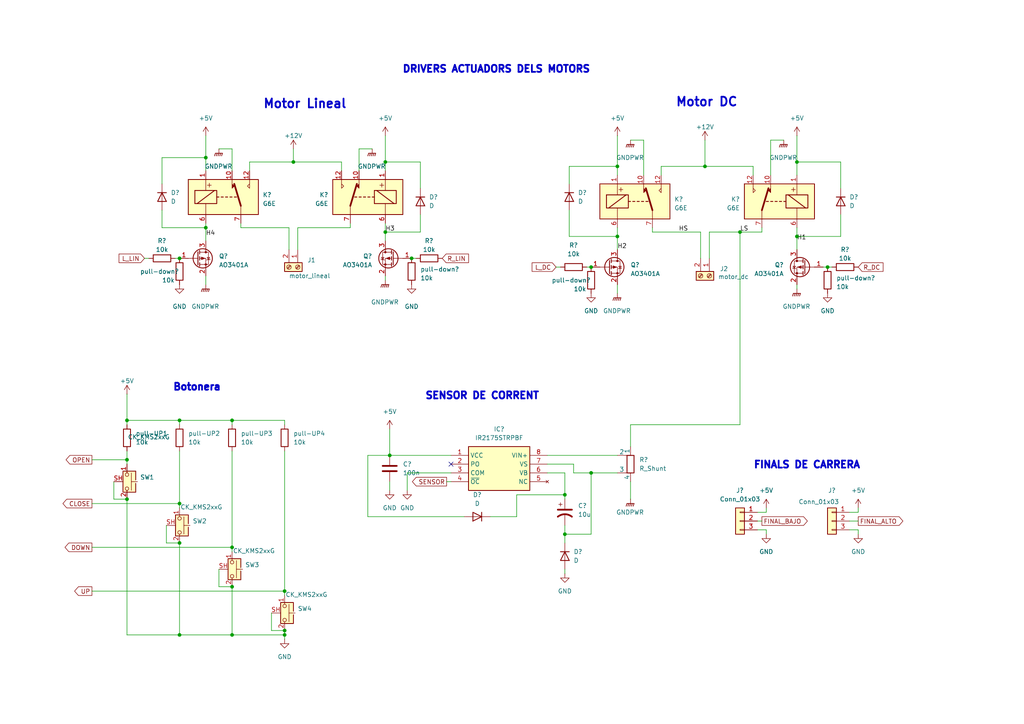
<source format=kicad_sch>
(kicad_sch (version 20250114) (generator "eeschema") (generator_version "9.0")
  (paper "A4")
  (lib_symbols
    (symbol "Connector:Screw_Terminal_01x02" (pin_names (offset 1.016) (hide yes))
      (property "Reference" "J" (at 0 2.54 0))
      (property "Value" "Screw_Terminal_01x02" (at 0 -5.08 0))
      (symbol "Screw_Terminal_01x02_1_1"
        (rectangle (start -1.27 1.27) (end 1.27 -3.81) (stroke (width 0.254)) (fill (type background)))
        (polyline (pts (xy -0.5334 0.3302) (xy 0.3302 -0.508)) (stroke (width 0.1524)))
        (polyline (pts (xy -0.5334 -2.2098) (xy 0.3302 -3.048)) (stroke (width 0.1524)))
        (polyline (pts (xy -0.3556 0.508) (xy 0.508 -0.3302)) (stroke (width 0.1524)))
        (polyline (pts (xy -0.3556 -2.032) (xy 0.508 -2.8702)) (stroke (width 0.1524)))
        (circle (center 0 0) (radius 0.635) (stroke (width 0.1524)))
        (circle (center 0 -2.54) (radius 0.635) (stroke (width 0.1524)))
        (pin passive line (at -5.08 0 0) (length 3.81) (name "Pin_1") (number "1"))
        (pin passive line (at -5.08 -2.54 0) (length 3.81) (name "Pin_2") (number "2"))
      )
    )
    (symbol "Connector_Generic:Conn_01x03" (pin_names (offset 1.016) (hide yes))
      (property "Reference" "J" (at 0 5.08 0))
      (property "Value" "Conn_01x03" (at 0 -5.08 0))
      (symbol "Conn_01x03_1_1"
        (rectangle (start -1.27 3.81) (end 1.27 -3.81) (stroke (width 0.254)) (fill (type background)))
        (rectangle (start -1.27 2.667) (end 0 2.413) (stroke (width 0.1524)))
        (rectangle (start -1.27 0.127) (end 0 -0.127) (stroke (width 0.1524)))
        (rectangle (start -1.27 -2.413) (end 0 -2.667) (stroke (width 0.1524)))
        (pin passive line (at -5.08 2.54 0) (length 3.81) (name "Pin_1") (number "1"))
        (pin passive line (at -5.08 0 0) (length 3.81) (name "Pin_2") (number "2"))
        (pin passive line (at -5.08 -2.54 0) (length 3.81) (name "Pin_3") (number "3"))
      )
    )
    (symbol "Device:C" (pin_numbers (hide yes)) (pin_names (offset 0.254))
      (property "Reference" "C" (at 0.635 2.54 0))
      (property "Value" "C" (at 0.635 -2.54 0))
      (symbol "C_0_1"
        (polyline (pts (xy -2.032 0.762) (xy 2.032 0.762)) (stroke (width 0.508)))
        (polyline (pts (xy -2.032 -0.762) (xy 2.032 -0.762)) (stroke (width 0.508)))
      )
      (symbol "C_1_1"
        (pin passive line (at 0 3.81 270) (length 2.794) (name "~") (number "1"))
        (pin passive line (at 0 -3.81 90) (length 2.794) (name "~") (number "2"))
      )
    )
    (symbol "Device:C_Polarized_US" (pin_numbers (hide yes)) (pin_names (offset 0.254) (hide yes))
      (property "Reference" "C" (at 0.635 2.54 0))
      (property "Value" "C_Polarized_US" (at 0.635 -2.54 0))
      (symbol "C_Polarized_US_0_1"
        (polyline (pts (xy -2.032 0.762) (xy 2.032 0.762)) (stroke (width 0.508)))
        (polyline (pts (xy -1.778 2.286) (xy -0.762 2.286)))
        (polyline (pts (xy -1.27 1.778) (xy -1.27 2.794)))
        (arc (start -2.032 -1.27) (mid 0 -0.5572) (end 2.032 -1.27) (stroke (width 0.508)))
      )
      (symbol "C_Polarized_US_1_1"
        (pin passive line (at 0 3.81 270) (length 2.794) (name "~") (number "1"))
        (pin passive line (at 0 -3.81 90) (length 3.302) (name "~") (number "2"))
      )
    )
    (symbol "Device:D" (pin_numbers (hide yes)) (pin_names (offset 1.016) (hide yes))
      (property "Reference" "D" (at 0 2.54 0))
      (property "Value" "D" (at 0 -2.54 0))
      (symbol "D_0_1"
        (polyline (pts (xy -1.27 1.27) (xy -1.27 -1.27)) (stroke (width 0.254)))
        (polyline (pts (xy 1.27 1.27) (xy 1.27 -1.27) (xy -1.27 0) (xy 1.27 1.27)) (stroke (width 0.254)))
        (polyline (pts (xy 1.27 0) (xy -1.27 0)))
      )
      (symbol "D_1_1"
        (pin passive line (at -3.81 0 0) (length 2.54) (name "K") (number "1"))
        (pin passive line (at 3.81 0 180) (length 2.54) (name "A") (number "2"))
      )
    )
    (symbol "Device:R" (pin_numbers (hide yes)) (pin_names (offset 0))
      (property "Reference" "R" (at 2.032 0 90))
      (property "Value" "R" (at 0 0 90))
      (symbol "R_0_1"
        (rectangle (start -1.016 -2.54) (end 1.016 2.54) (stroke (width 0.254)))
      )
      (symbol "R_1_1"
        (pin passive line (at 0 3.81 270) (length 1.27) (name "~") (number "1"))
        (pin passive line (at 0 -3.81 90) (length 1.27) (name "~") (number "2"))
      )
    )
    (symbol "Device:R_Shunt" (pin_numbers (hide yes)) (pin_names (offset 0))
      (property "Reference" "R" (at -4.445 0 90))
      (property "Value" "R_Shunt" (at -2.54 0 90))
      (symbol "R_Shunt_0_1"
        (rectangle (start -1.016 -2.54) (end 1.016 2.54) (stroke (width 0.254)))
        (polyline (pts (xy 0 -2.54) (xy 1.27 -2.54)))
        (polyline (pts (xy 1.27 2.54) (xy 0 2.54)))
      )
      (symbol "R_Shunt_1_1"
        (pin passive line (at 0 5.08 270) (length 2.54) (name "1") (number "1"))
        (pin passive line (at 0 -5.08 90) (length 2.54) (name "4") (number "4"))
        (pin passive line (at 3.81 2.54 180) (length 2.54) (name "2") (number "2"))
        (pin passive line (at 3.81 -2.54 180) (length 2.54) (name "3") (number "3"))
      )
    )
    (symbol "GNDPWR_1" (power) (pin_numbers (hide yes)) (pin_names (offset 0) (hide yes))
      (property "Value" "GNDPWR" (at 0 -3.302 0))
      (symbol "GNDPWR_1_0_1"
        (polyline (pts (xy -1.016 -1.27) (xy -1.27 -2.032) (xy -1.27 -2.032)) (stroke (width 0.2032)))
        (polyline (pts (xy -0.508 -1.27) (xy -0.762 -2.032) (xy -0.762 -2.032)) (stroke (width 0.2032)))
        (polyline (pts (xy 0 -1.27) (xy 0 0)))
        (polyline (pts (xy 0 -1.27) (xy -0.254 -2.032) (xy -0.254 -2.032)) (stroke (width 0.2032)))
        (polyline (pts (xy 0.508 -1.27) (xy 0.254 -2.032) (xy 0.254 -2.032)) (stroke (width 0.2032)))
        (polyline (pts (xy 1.016 -1.27) (xy -1.016 -1.27) (xy -1.016 -1.27)) (stroke (width 0.2032)))
        (polyline (pts (xy 1.016 -1.27) (xy 0.762 -2.032) (xy 0.762 -2.032) (xy 0.762 -2.032)) (stroke (width 0.2032)))
      )
      (symbol "GNDPWR_1_1_1"
        (pin power_in line (at 0 0 270) (length 0) (name "~") (number "1"))
      )
    )
    (symbol "GND_1" (power) (pin_numbers (hide yes)) (pin_names (offset 0) (hide yes))
      (property "Value" "GND" (at 0 -3.81 0))
      (symbol "GND_1_0_1"
        (polyline (pts (xy 0 0) (xy 0 -1.27) (xy 1.27 -1.27) (xy 0 -2.54) (xy -1.27 -1.27) (xy 0 -1.27)))
      )
      (symbol "GND_1_1_1"
        (pin power_in line (at 0 0 270) (length 0) (name "~") (number "1"))
      )
    )
    (symbol "GND_2" (power) (pin_numbers (hide yes)) (pin_names (offset 0) (hide yes))
      (property "Value" "GND" (at 0 -3.81 0))
      (symbol "GND_2_0_1"
        (polyline (pts (xy 0 0) (xy 0 -1.27) (xy 1.27 -1.27) (xy 0 -2.54) (xy -1.27 -1.27) (xy 0 -1.27)))
      )
      (symbol "GND_2_1_1"
        (pin power_in line (at 0 0 270) (length 0) (name "~") (number "1"))
      )
    )
    (symbol "GND_3" (power) (pin_numbers (hide yes)) (pin_names (offset 0) (hide yes))
      (property "Value" "GND" (at 0 -3.81 0))
      (symbol "GND_3_0_1"
        (polyline (pts (xy 0 0) (xy 0 -1.27) (xy 1.27 -1.27) (xy 0 -2.54) (xy -1.27 -1.27) (xy 0 -1.27)))
      )
      (symbol "GND_3_1_1"
        (pin power_in line (at 0 0 270) (length 0) (name "~") (number "1"))
      )
    )
    (symbol "IR2175STRPBF:IR2175STRPBF"
      (property "Reference" "IC" (at 24.13 7.62 0))
      (property "Value" "IR2175STRPBF" (at 24.13 5.08 0))
      (symbol "IR2175STRPBF_1_1"
        (rectangle (start 5.08 2.54) (end 22.86 -10.16) (stroke (width 0.254)) (fill (type background)))
        (pin passive line (at 0 0 0) (length 5.08) (name "VCC") (number "1"))
        (pin passive line (at 0 -2.54 0) (length 5.08) (name "PO") (number "2"))
        (pin passive line (at 0 -5.08 0) (length 5.08) (name "COM") (number "3"))
        (pin passive line (at 0 -7.62 0) (length 5.08) (name "~{OC}") (number "4"))
        (pin passive line (at 27.94 0 180) (length 5.08) (name "VIN+") (number "8"))
        (pin passive line (at 27.94 -2.54 180) (length 5.08) (name "VS") (number "7"))
        (pin passive line (at 27.94 -5.08 180) (length 5.08) (name "VB") (number "6"))
        (pin no_connect line (at 27.94 -7.62 180) (length 5.08) (name "NC") (number "5"))
      )
    )
    (symbol "Relay:G6E"
      (property "Reference" "K" (at 11.43 3.81 0))
      (property "Value" "G6E" (at 11.43 1.27 0))
      (symbol "G6E_0_0"
        (polyline (pts (xy 7.62 5.08) (xy 7.62 2.54) (xy 6.985 3.175) (xy 7.62 3.81)))
        (text "+" (at -4.064 3.556 0) (effects (font (size 1.524 1.524))))
      )
      (symbol "G6E_0_1"
        (rectangle (start -10.16 5.08) (end 10.16 -5.08) (stroke (width 0.254)) (fill (type background)))
        (rectangle (start -8.255 1.905) (end -1.905 -1.905) (stroke (width 0.254)))
        (polyline (pts (xy -7.62 -1.905) (xy -2.54 1.905)) (stroke (width 0.254)))
        (polyline (pts (xy -5.08 5.08) (xy -5.08 1.905)))
        (polyline (pts (xy -5.08 -5.08) (xy -5.08 -1.905)))
        (polyline (pts (xy -1.905 0) (xy -1.27 0)) (stroke (width 0.254)))
        (polyline (pts (xy -0.635 0) (xy 0 0)) (stroke (width 0.254)))
        (polyline (pts (xy 0.635 0) (xy 1.27 0)) (stroke (width 0.254)))
        (polyline (pts (xy 1.905 0) (xy 2.54 0)) (stroke (width 0.254)))
        (polyline (pts (xy 2.54 5.08) (xy 2.54 2.54) (xy 3.175 3.175) (xy 2.54 3.81)) (fill (type outline)))
        (polyline (pts (xy 3.175 0) (xy 3.81 0)) (stroke (width 0.254)))
        (polyline (pts (xy 5.08 -2.54) (xy 3.175 3.81)) (stroke (width 0.508)))
        (polyline (pts (xy 5.08 -2.54) (xy 5.08 -5.08)))
      )
      (symbol "G6E_1_1"
        (pin passive line (at -5.08 7.62 270) (length 2.54) (name "~") (number "1"))
        (pin passive line (at -5.08 -7.62 90) (length 2.54) (name "~") (number "6"))
        (pin passive line (at 2.54 7.62 270) (length 2.54) (name "~") (number "10"))
        (pin passive line (at 5.08 -7.62 90) (length 2.54) (name "~") (number "7"))
        (pin passive line (at 7.62 7.62 270) (length 2.54) (name "~") (number "12"))
      )
    )
    (symbol "Switch:CK_KMS2xxG" (pin_names (offset 1.016) (hide yes))
      (property "Reference" "SW" (at 4.318 2.032 0))
      (property "Value" "CK_KMS2xxG" (at 0 4.572 0))
      (symbol "CK_KMS2xxG_0_1"
        (circle (center -2.032 0) (radius 0.508))
        (polyline (pts (xy 0 1.27) (xy 0 3.048)))
        (polyline (pts (xy 0.508 2.54) (xy 3.048 2.54) (xy 3.048 -1.143) (xy -3.048 -1.143) (xy -3.048 2.54) (xy -0.508 2.54)) (stroke (width -0.0254)))
        (polyline (pts (xy 0.508 2.54) (xy 3.048 2.54) (xy 3.048 -1.143) (xy -3.048 -1.143) (xy -3.048 2.54) (xy -0.508 2.54)) (stroke (width 0.254)))
        (circle (center 2.032 0) (radius 0.508))
        (polyline (pts (xy 2.54 1.27) (xy -2.54 1.27)))
        (pin passive line (at -5.08 0 0) (length 2.54) (name "1") (number "1"))
        (pin passive line (at 5.08 0 180) (length 2.54) (name "2") (number "2"))
      )
      (symbol "CK_KMS2xxG_1_1"
        (rectangle (start -3.048 2.54) (end 3.048 -1.27) (stroke (width -0.0254)) (fill (type background)))
        (pin passive line (at 0 -3.81 90) (length 2.54) (name "B") (number "SH"))
      )
    )
    (symbol "Transistor_FET:AO3401A" (pin_names (hide yes))
      (property "Reference" "Q" (at 5.08 1.905 0))
      (property "Value" "AO3401A" (at 5.08 0 0))
      (symbol "AO3401A_0_1"
        (polyline (pts (xy 0.254 1.905) (xy 0.254 -1.905)) (stroke (width 0.254)))
        (polyline (pts (xy 0.254 0) (xy -2.54 0)))
        (polyline (pts (xy 0.762 2.286) (xy 0.762 1.27)) (stroke (width 0.254)))
        (polyline (pts (xy 0.762 1.778) (xy 3.302 1.778) (xy 3.302 -1.778) (xy 0.762 -1.778)))
        (polyline (pts (xy 0.762 0.508) (xy 0.762 -0.508)) (stroke (width 0.254)))
        (polyline (pts (xy 0.762 -1.27) (xy 0.762 -2.286)) (stroke (width 0.254)))
        (circle (center 1.651 0) (radius 2.794) (stroke (width 0.254)))
        (polyline (pts (xy 2.286 0) (xy 1.27 0.381) (xy 1.27 -0.381) (xy 2.286 0)) (fill (type outline)))
        (polyline (pts (xy 2.54 2.54) (xy 2.54 1.778)))
        (circle (center 2.54 1.778) (radius 0.254) (fill (type outline)))
        (circle (center 2.54 -1.778) (radius 0.254) (fill (type outline)))
        (polyline (pts (xy 2.54 -2.54) (xy 2.54 0) (xy 0.762 0)))
        (polyline (pts (xy 2.794 -0.508) (xy 2.921 -0.381) (xy 3.683 -0.381) (xy 3.81 -0.254)))
        (polyline (pts (xy 3.302 -0.381) (xy 2.921 0.254) (xy 3.683 0.254) (xy 3.302 -0.381)))
      )
      (symbol "AO3401A_1_1"
        (pin input line (at -5.08 0 0) (length 2.54) (name "G") (number "1"))
        (pin passive line (at 2.54 5.08 270) (length 2.54) (name "D") (number "3"))
        (pin passive line (at 2.54 -5.08 90) (length 2.54) (name "S") (number "2"))
      )
    )
    (symbol "power:+12V" (power) (pin_names (offset 0))
      (property "Value" "+12V" (at 0 3.556 0))
      (symbol "+12V_0_1"
        (polyline (pts (xy -0.762 1.27) (xy 0 2.54)))
        (polyline (pts (xy 0 2.54) (xy 0.762 1.27)))
        (polyline (pts (xy 0 0) (xy 0 2.54)))
      )
      (symbol "+12V_1_1"
        (pin power_in line (at 0 0 90) (length 0) (hide yes) (name "+12V") (number "1"))
      )
    )
    (symbol "power:+5V" (power) (pin_numbers (hide yes)) (pin_names (offset 0) (hide yes))
      (property "Value" "+5V" (at 0 3.556 0))
      (symbol "+5V_0_1"
        (polyline (pts (xy -0.762 1.27) (xy 0 2.54)))
        (polyline (pts (xy 0 2.54) (xy 0.762 1.27)))
        (polyline (pts (xy 0 0) (xy 0 2.54)))
      )
      (symbol "+5V_1_1"
        (pin power_in line (at 0 0 90) (length 0) (name "~") (number "1"))
      )
    )
    (symbol "power:GND" (power) (pin_names (offset 0))
      (property "Value" "GND" (at 0 -3.81 0))
      (symbol "GND_0_1"
        (polyline (pts (xy 0 0) (xy 0 -1.27) (xy 1.27 -1.27) (xy 0 -2.54) (xy -1.27 -1.27) (xy 0 -1.27)))
      )
      (symbol "GND_1_1"
        (pin power_in line (at 0 0 270) (length 0) (hide yes) (name "GND") (number "1"))
      )
    )
    (symbol "power:GNDPWR" (power) (pin_names (offset 0))
      (property "Value" "GNDPWR" (at 0 -3.302 0))
      (symbol "GNDPWR_0_1"
        (polyline (pts (xy -1.016 -1.27) (xy -1.27 -2.032) (xy -1.27 -2.032)) (stroke (width 0.2032)))
        (polyline (pts (xy -0.508 -1.27) (xy -0.762 -2.032) (xy -0.762 -2.032)) (stroke (width 0.2032)))
        (polyline (pts (xy 0 -1.27) (xy 0 0)))
        (polyline (pts (xy 0 -1.27) (xy -0.254 -2.032) (xy -0.254 -2.032)) (stroke (width 0.2032)))
        (polyline (pts (xy 0.508 -1.27) (xy 0.254 -2.032) (xy 0.254 -2.032)) (stroke (width 0.2032)))
        (polyline (pts (xy 1.016 -1.27) (xy -1.016 -1.27) (xy -1.016 -1.27)) (stroke (width 0.2032)))
        (polyline (pts (xy 1.016 -1.27) (xy 0.762 -2.032) (xy 0.762 -2.032) (xy 0.762 -2.032)) (stroke (width 0.2032)))
      )
      (symbol "GNDPWR_1_1"
        (pin power_in line (at 0 0 270) (length 0) (hide yes) (name "GNDPWR") (number "1"))
      )
    )
  )
  (text "FINALS DE CARRERA\n" (at 218.44 136.144 0) (effects (font (size 2.032 2.032) (thickness 0.6) (bold yes)) (justify left bottom)))
  (text "Botonera\n\n" (at 50.038 116.84 0) (effects (font (size 2.032 2.032) (thickness 0.6) (bold yes)) (justify left bottom)))
  (text "Motor DC\n\n" (at 204.978 31.75 0) (effects (font (size 2.54 2.54) (thickness 0.508) (bold yes))))
  (text "Motor Lineal\n " (at 76.2 35.814 0) (effects (font (size 2.54 2.54) (thickness 0.508) (bold yes)) (justify left bottom)))
  (text "DRIVERS ACTUADORS DELS MOTORS\n\n" (at 116.586 24.638 0) (effects (font (size 2.032 2.032) (thickness 0.6) (bold yes)) (justify left bottom)))
  (text "SENSOR DE CORRENT\n" (at 123.19 116.078 0) (effects (font (size 2.032 2.032) (thickness 0.6) (bold yes)) (justify left bottom)))
  (junction (at 36.83 133.35))
  (junction (at 67.31 184.15))
  (junction (at 214.63 67.31))
  (junction (at 67.31 158.75))
  (junction (at 119.38 74.93))
  (junction (at 82.55 182.88))
  (junction (at 59.69 45.72))
  (junction (at 67.31 121.92))
  (junction (at 204.47 48.26))
  (junction (at 85.09 46.99))
  (junction (at 52.07 184.15))
  (junction (at 231.14 46.99))
  (junction (at 67.31 170.18))
  (junction (at 36.83 144.78))
  (junction (at 59.69 66.04))
  (junction (at 231.14 68.58))
  (junction (at 179.07 48.26))
  (junction (at 171.45 137.16))
  (junction (at 52.07 121.92))
  (junction (at 36.83 121.92))
  (junction (at 111.76 46.99))
  (junction (at 179.07 68.58))
  (junction (at 240.03 77.47))
  (junction (at 82.55 171.45))
  (junction (at 52.07 74.93))
  (junction (at 163.83 154.94))
  (junction (at 52.07 146.05))
  (junction (at 111.76 67.31))
  (junction (at 171.45 77.47))
  (junction (at 52.07 157.48))
  (junction (at 163.83 143.51))
  (junction (at 113.03 132.08))
  (junction (at 82.55 184.15))
  (no_connect (at 130.81 134.62))
  (wire (pts (xy 219.71 148.59) (xy 222.25 148.59)))
  (wire (pts (xy 67.31 170.18) (xy 67.31 184.15)))
  (wire (pts (xy 129.54 139.7) (xy 130.81 139.7)))
  (wire (pts (xy 113.03 132.08) (xy 130.81 132.08)))
  (wire (pts (xy 26.67 133.35) (xy 36.83 133.35)))
  (wire (pts (xy 46.99 45.72) (xy 59.69 45.72)))
  (wire (pts (xy 111.76 81.28) (xy 111.76 80.01)))
  (wire (pts (xy 231.14 66.04) (xy 231.14 68.58)))
  (wire (pts (xy 165.1 53.34) (xy 165.1 48.26)))
  (wire (pts (xy 111.76 67.31) (xy 111.76 69.85)))
  (wire (pts (xy 101.6 66.04) (xy 101.6 64.77)))
  (wire (pts (xy 72.39 46.99) (xy 72.39 49.53)))
  (wire (pts (xy 171.45 137.16) (xy 171.45 154.94)))
  (wire (pts (xy 186.69 40.64) (xy 186.69 50.8)))
  (wire (pts (xy 99.06 49.53) (xy 99.06 46.99)))
  (wire (pts (xy 67.31 184.15) (xy 82.55 184.15)))
  (wire (pts (xy 59.69 82.55) (xy 59.69 80.01)))
  (wire (pts (xy 113.03 124.46) (xy 113.03 132.08)))
  (wire (pts (xy 33.02 144.78) (xy 36.83 144.78)))
  (wire (pts (xy 158.75 132.08) (xy 179.07 132.08)))
  (wire (pts (xy 220.98 67.31) (xy 220.98 66.04)))
  (wire (pts (xy 161.29 77.47) (xy 162.56 77.47)))
  (wire (pts (xy 36.83 144.78) (xy 36.83 184.15)))
  (wire (pts (xy 85.09 43.18) (xy 85.09 46.99)))
  (wire (pts (xy 36.83 114.3) (xy 36.83 121.92)))
  (wire (pts (xy 26.67 158.75) (xy 67.31 158.75)))
  (wire (pts (xy 203.2 67.31) (xy 203.2 74.93)))
  (wire (pts (xy 227.33 40.64) (xy 223.52 40.64)))
  (wire (pts (xy 52.07 184.15) (xy 67.31 184.15)))
  (wire (pts (xy 26.67 146.05) (xy 52.07 146.05)))
  (wire (pts (xy 205.74 67.31) (xy 205.74 74.93)))
  (wire (pts (xy 170.18 77.47) (xy 171.45 77.47)))
  (wire (pts (xy 248.92 151.13) (xy 246.38 151.13)))
  (wire (pts (xy 52.07 121.92) (xy 67.31 121.92)))
  (wire (pts (xy 179.07 66.04) (xy 179.07 68.58)))
  (wire (pts (xy 82.55 182.88) (xy 82.55 184.15)))
  (wire (pts (xy 231.14 68.58) (xy 231.14 72.39)))
  (wire (pts (xy 78.74 182.88) (xy 82.55 182.88)))
  (wire (pts (xy 52.07 130.81) (xy 52.07 146.05)))
  (wire (pts (xy 52.07 157.48) (xy 52.07 184.15)))
  (wire (pts (xy 63.5 165.1) (xy 63.5 170.18)))
  (wire (pts (xy 85.09 46.99) (xy 72.39 46.99)))
  (wire (pts (xy 191.77 48.26) (xy 191.77 50.8)))
  (wire (pts (xy 165.1 68.58) (xy 179.07 68.58)))
  (wire (pts (xy 106.68 149.86) (xy 106.68 132.08)))
  (wire (pts (xy 182.88 123.19) (xy 182.88 129.54)))
  (wire (pts (xy 36.83 134.62) (xy 36.83 133.35)))
  (wire (pts (xy 82.55 130.81) (xy 82.55 171.45)))
  (wire (pts (xy 67.31 121.92) (xy 67.31 123.19)))
  (wire (pts (xy 218.44 50.8) (xy 218.44 48.26)))
  (wire (pts (xy 67.31 158.75) (xy 67.31 160.02)))
  (wire (pts (xy 220.98 151.13) (xy 219.71 151.13)))
  (wire (pts (xy 69.85 66.04) (xy 83.82 66.04)))
  (wire (pts (xy 166.37 137.16) (xy 171.45 137.16)))
  (wire (pts (xy 46.99 66.04) (xy 59.69 66.04)))
  (wire (pts (xy 104.14 43.18) (xy 104.14 49.53)))
  (wire (pts (xy 158.75 134.62) (xy 166.37 134.62)))
  (wire (pts (xy 107.95 43.18) (xy 104.14 43.18)))
  (wire (pts (xy 111.76 46.99) (xy 121.92 46.99)))
  (wire (pts (xy 231.14 46.99) (xy 231.14 50.8)))
  (wire (pts (xy 111.76 46.99) (xy 111.76 49.53)))
  (wire (pts (xy 149.86 149.86) (xy 149.86 143.51)))
  (wire (pts (xy 243.84 46.99) (xy 243.84 54.61)))
  (wire (pts (xy 171.45 154.94) (xy 163.83 154.94)))
  (wire (pts (xy 246.38 153.67) (xy 248.92 153.67)))
  (wire (pts (xy 241.3 77.47) (xy 240.03 77.47)))
  (wire (pts (xy 121.92 46.99) (xy 121.92 54.61)))
  (wire (pts (xy 130.81 137.16) (xy 118.11 137.16)))
  (wire (pts (xy 113.03 139.7) (xy 113.03 142.24)))
  (wire (pts (xy 67.31 121.92) (xy 82.55 121.92)))
  (wire (pts (xy 163.83 152.4) (xy 163.83 154.94)))
  (wire (pts (xy 231.14 46.99) (xy 243.84 46.99)))
  (wire (pts (xy 182.88 123.19) (xy 214.63 123.19)))
  (wire (pts (xy 246.38 148.59) (xy 248.92 148.59)))
  (wire (pts (xy 243.84 68.58) (xy 243.84 62.23)))
  (wire (pts (xy 163.83 143.51) (xy 163.83 144.78)))
  (wire (pts (xy 142.24 149.86) (xy 149.86 149.86)))
  (wire (pts (xy 48.26 157.48) (xy 52.07 157.48)))
  (wire (pts (xy 46.99 53.34) (xy 46.99 45.72)))
  (wire (pts (xy 182.88 40.64) (xy 186.69 40.64)))
  (wire (pts (xy 41.91 74.93) (xy 43.18 74.93)))
  (wire (pts (xy 46.99 60.96) (xy 46.99 66.04)))
  (wire (pts (xy 36.83 133.35) (xy 36.83 130.81)))
  (wire (pts (xy 205.74 67.31) (xy 214.63 67.31)))
  (wire (pts (xy 48.26 152.4) (xy 48.26 157.48)))
  (wire (pts (xy 163.83 165.1) (xy 163.83 166.37)))
  (wire (pts (xy 82.55 121.92) (xy 82.55 123.19)))
  (wire (pts (xy 179.07 39.37) (xy 179.07 48.26)))
  (wire (pts (xy 33.02 139.7) (xy 33.02 144.78)))
  (wire (pts (xy 204.47 48.26) (xy 191.77 48.26)))
  (wire (pts (xy 86.36 66.04) (xy 86.36 72.39)))
  (wire (pts (xy 214.63 67.31) (xy 220.98 67.31)))
  (wire (pts (xy 50.8 74.93) (xy 52.07 74.93)))
  (wire (pts (xy 158.75 137.16) (xy 163.83 137.16)))
  (wire (pts (xy 83.82 66.04) (xy 83.82 72.39)))
  (wire (pts (xy 106.68 132.08) (xy 113.03 132.08)))
  (wire (pts (xy 52.07 146.05) (xy 52.07 147.32)))
  (wire (pts (xy 36.83 121.92) (xy 36.83 123.19)))
  (wire (pts (xy 36.83 121.92) (xy 52.07 121.92)))
  (wire (pts (xy 222.25 153.67) (xy 222.25 154.94)))
  (wire (pts (xy 59.69 64.77) (xy 59.69 66.04)))
  (wire (pts (xy 69.85 66.04) (xy 69.85 64.77)))
  (wire (pts (xy 240.03 77.47) (xy 238.76 77.47)))
  (wire (pts (xy 36.83 184.15) (xy 52.07 184.15)))
  (wire (pts (xy 149.86 143.51) (xy 163.83 143.51)))
  (wire (pts (xy 231.14 83.82) (xy 231.14 82.55)))
  (wire (pts (xy 182.88 139.7) (xy 182.88 144.78)))
  (wire (pts (xy 222.25 148.59) (xy 222.25 147.32)))
  (wire (pts (xy 120.65 74.93) (xy 119.38 74.93)))
  (wire (pts (xy 134.62 149.86) (xy 106.68 149.86)))
  (wire (pts (xy 67.31 43.18) (xy 67.31 49.53)))
  (wire (pts (xy 121.92 62.23) (xy 121.92 67.31)))
  (wire (pts (xy 59.69 39.37) (xy 59.69 45.72)))
  (wire (pts (xy 189.23 67.31) (xy 189.23 66.04)))
  (wire (pts (xy 26.67 171.45) (xy 82.55 171.45)))
  (wire (pts (xy 179.07 68.58) (xy 179.07 72.39)))
  (wire (pts (xy 163.83 137.16) (xy 163.83 143.51)))
  (wire (pts (xy 99.06 46.99) (xy 85.09 46.99)))
  (wire (pts (xy 166.37 134.62) (xy 166.37 137.16)))
  (wire (pts (xy 231.14 39.37) (xy 231.14 46.99)))
  (wire (pts (xy 248.92 153.67) (xy 248.92 154.94)))
  (wire (pts (xy 179.07 48.26) (xy 179.07 50.8)))
  (wire (pts (xy 248.92 148.59) (xy 248.92 147.32)))
  (wire (pts (xy 121.92 67.31) (xy 111.76 67.31)))
  (wire (pts (xy 52.07 121.92) (xy 52.07 123.19)))
  (wire (pts (xy 111.76 64.77) (xy 111.76 67.31)))
  (wire (pts (xy 111.76 39.37) (xy 111.76 46.99)))
  (wire (pts (xy 179.07 85.09) (xy 179.07 82.55)))
  (wire (pts (xy 223.52 40.64) (xy 223.52 50.8)))
  (wire (pts (xy 204.47 40.64) (xy 204.47 48.26)))
  (wire (pts (xy 218.44 48.26) (xy 204.47 48.26)))
  (wire (pts (xy 171.45 137.16) (xy 179.07 137.16)))
  (wire (pts (xy 86.36 66.04) (xy 101.6 66.04)))
  (wire (pts (xy 189.23 67.31) (xy 203.2 67.31)))
  (wire (pts (xy 214.63 67.31) (xy 214.63 123.19)))
  (wire (pts (xy 163.83 154.94) (xy 163.83 157.48)))
  (wire (pts (xy 165.1 48.26) (xy 179.07 48.26)))
  (wire (pts (xy 59.69 66.04) (xy 59.69 69.85)))
  (wire (pts (xy 165.1 60.96) (xy 165.1 68.58)))
  (wire (pts (xy 59.69 45.72) (xy 59.69 49.53)))
  (wire (pts (xy 231.14 68.58) (xy 243.84 68.58)))
  (wire (pts (xy 63.5 170.18) (xy 67.31 170.18)))
  (wire (pts (xy 118.11 137.16) (xy 118.11 142.24)))
  (wire (pts (xy 82.55 184.15) (xy 82.55 185.42)))
  (wire (pts (xy 78.74 177.8) (xy 78.74 182.88)))
  (wire (pts (xy 219.71 153.67) (xy 222.25 153.67)))
  (wire (pts (xy 67.31 130.81) (xy 67.31 158.75)))
  (wire (pts (xy 82.55 171.45) (xy 82.55 172.72)))
  (wire (pts (xy 63.5 43.18) (xy 67.31 43.18)))
  (label "H2" (at 179.07 72.39 0))
  (label "HS" (at 196.85 67.31 0))
  (label "H1" (at 231.14 69.85 0))
  (label "H4" (at 59.69 68.58 0))
  (label "H3" (at 111.76 67.31 0))
  (label "LS" (at 214.63 67.31 0))
  (global_label "DOWN" (shape output) (at 26.67 158.75 180) (property "Intersheetrefs" "${INTERSHEET_REFS}" (effects (hide yes))))
  (global_label "L_DC" (shape input) (at 161.29 77.47 180) (property "Intersheetrefs" "${INTERSHEET_REFS}" (effects (hide yes))))
  (global_label "FINAL_BAJO" (shape output) (at 220.98 151.13 0) (property "Intersheetrefs" "${INTERSHEET_REFS}" (effects (hide yes))))
  (global_label "UP" (shape output) (at 26.67 171.45 180) (property "Intersheetrefs" "${INTERSHEET_REFS}" (effects (hide yes))))
  (global_label "CLOSE" (shape output) (at 26.67 146.05 180) (property "Intersheetrefs" "${INTERSHEET_REFS}" (effects (hide yes))))
  (global_label "OPEN" (shape output) (at 26.67 133.35 180) (property "Intersheetrefs" "${INTERSHEET_REFS}" (effects (hide yes))))
  (global_label "FINAL_ALTO" (shape output) (at 248.92 151.13 0) (property "Intersheetrefs" "${INTERSHEET_REFS}" (effects (hide yes))))
  (global_label "R_LIN" (shape input) (at 128.27 74.93 0) (property "Intersheetrefs" "${INTERSHEET_REFS}" (effects (hide yes))))
  (global_label "L_LIN" (shape input) (at 41.91 74.93 180) (property "Intersheetrefs" "${INTERSHEET_REFS}" (effects (hide yes))))
  (global_label "SENSOR" (shape output) (at 129.54 139.7 180) (property "Intersheetrefs" "${INTERSHEET_REFS}" (effects (hide yes))))
  (global_label "R_DC" (shape input) (at 248.92 77.47 0) (property "Intersheetrefs" "${INTERSHEET_REFS}" (effects (hide yes))))
  (symbol (lib_id "power:+5V") (at 113.03 124.46 0) (unit 1)
    (property "Reference" "#PWR?" (effects (hide yes)))
    (property "Value" "+5V" (at 113.03 119.38 0))
    (property "Description" "Power symbol creates a global label with name \"+5V\"" (effects (hide yes)))
  )
  (symbol (lib_id "Device:D") (at 121.92 58.42 270) (unit 1)
    (property "Reference" "D?" (at 124.46 57.1499 90) (effects (justify left)))
    (property "Value" "D" (at 124.46 59.6899 90) (effects (justify left)))
    (property "Description" "Diode" (effects (hide yes)))
    (property "Sim.Device" "D" (effects (hide yes)))
    (property "Sim.Pins" "1=K 2=A" (effects (hide yes)))
  )
  (symbol (lib_name "GND_1") (lib_id "power:GND") (at 222.25 154.94 0) (unit 1)
    (property "Reference" "#PWR?" (effects (hide yes)))
    (property "Value" "GND" (at 222.25 160.02 0))
    (property "Description" "Power symbol creates a global label with name \"GND\" , ground" (effects (hide yes)))
  )
  (symbol (lib_id "Transistor_FET:AO3401A") (at 233.68 77.47 0) (mirror y) (unit 1)
    (property "Reference" "Q?" (at 227.33 76.835 0) (effects (justify left)))
    (property "Value" "AO3401A" (at 227.33 79.375 0) (effects (justify left)))
    (property "Footprint" "Package_TO_SOT_SMD:SOT-23" (effects (hide yes)))
    (property "Datasheet" "http://www.aosmd.com/pdfs/datasheet/AO3401A.pdf" (effects (hide yes)))
  )
  (symbol (lib_id "Relay:G6E") (at 106.68 57.15 0) (mirror y) (unit 1)
    (property "Reference" "K?" (at 95.25 56.515 0) (effects (justify left)))
    (property "Value" "G6E" (at 95.25 59.055 0) (effects (justify left)))
    (property "Footprint" "Relay_THT:Relay_SPDT_Omron_G6E" (effects (hide yes)))
    (property "Datasheet" "https://www.omron.com/ecb/products/pdf/en-g6e.pdf" (effects (hide yes)))
  )
  (symbol (lib_id "Relay:G6E") (at 64.77 57.15 0) (unit 1)
    (property "Reference" "K?" (at 76.2 56.515 0) (effects (justify left)))
    (property "Value" "G6E" (at 76.2 59.055 0) (effects (justify left)))
    (property "Footprint" "Relay_THT:Relay_SPDT_Omron_G6E" (effects (hide yes)))
    (property "Datasheet" "https://www.omron.com/ecb/products/pdf/en-g6e.pdf" (effects (hide yes)))
  )
  (symbol (lib_id "power:GNDPWR") (at 111.76 81.28 0) (unit 1)
    (property "Reference" "#PWR?" (effects (hide yes)))
    (property "Value" "GNDPWR" (at 111.633 87.63 0))
  )
  (symbol (lib_id "Device:R") (at 46.99 74.93 270) (unit 1)
    (property "Reference" "R?" (at 46.99 69.85 90))
    (property "Value" "10k" (at 46.99 72.39 90))
    (property "Footprint" "Resistor_SMD:R_1206_3216Metric_Pad1.30x1.75mm_HandSolder" (effects (hide yes)))
  )
  (symbol (lib_id "power:+5V") (at 36.83 114.3 0) (unit 1)
    (property "Reference" "#PWR01" (effects (hide yes)))
    (property "Value" "+5V" (at 36.83 110.49 0))
  )
  (symbol (lib_id "power:GND") (at 119.38 82.55 0) (unit 1)
    (property "Reference" "#PWR?" (effects (hide yes)))
    (property "Value" "GND" (at 119.38 88.9 0))
  )
  (symbol (lib_name "GNDPWR_1") (lib_id "power:GNDPWR") (at 182.88 144.78 0) (unit 1)
    (property "Reference" "#PWR?" (effects (hide yes)))
    (property "Value" "GNDPWR" (at 182.753 148.59 0))
    (property "Description" "Power symbol creates a global label with name \"GNDPWR\" , global ground" (effects (hide yes)))
  )
  (symbol (lib_id "Device:D") (at 163.83 161.29 270) (unit 1)
    (property "Reference" "D?" (at 166.37 160.0199 90) (effects (justify left)))
    (property "Value" "D" (at 166.37 162.5599 90) (effects (justify left)))
    (property "Description" "Diode" (effects (hide yes)))
    (property "Sim.Device" "D" (effects (hide yes)))
    (property "Sim.Pins" "1=K 2=A" (effects (hide yes)))
  )
  (symbol (lib_id "Switch:CK_KMS2xxG") (at 52.07 152.4 270) (unit 1)
    (property "Reference" "SW2" (at 55.88 151.1299 90) (effects (justify left)))
    (property "Value" "CK_KMS2xxG" (at 52.324 147.066 90) (effects (justify left)))
    (property "Footprint" "Button_Switch_SMD:SW_SPST_CK_KMS2xxGP" (effects (hide yes)))
    (property "Datasheet" "https://www.ckswitches.com/media/1482/kms.pdf" (effects (hide yes)))
    (property "Description" "Microminiature SMT Side Actuated, 4.2 x 2.8 x 1.42mm, without pegs, with shield pin" (effects (hide yes)))
  )
  (symbol (lib_id "power:+5V") (at 59.69 39.37 0) (unit 1)
    (property "Reference" "#PWR?" (effects (hide yes)))
    (property "Value" "+5V" (at 59.69 34.29 0))
    (property "Description" "Power symbol creates a global label with name \"+5V\"" (effects (hide yes)))
  )
  (symbol (lib_id "Device:R") (at 82.55 127 0) (unit 1)
    (property "Reference" "pull-UP4" (at 85.09 125.7299 0) (effects (justify left)))
    (property "Value" "10k" (at 85.09 128.2699 0) (effects (justify left)))
    (property "Footprint" "Resistor_SMD:R_1206_3216Metric_Pad1.30x1.75mm_HandSolder" (effects (hide yes)))
  )
  (symbol (lib_id "Device:R") (at 67.31 127 0) (unit 1)
    (property "Reference" "pull-UP3" (at 69.85 125.7299 0) (effects (justify left)))
    (property "Value" "10k" (at 69.85 128.2699 0) (effects (justify left)))
    (property "Footprint" "Resistor_SMD:R_1206_3216Metric_Pad1.30x1.75mm_HandSolder" (effects (hide yes)))
  )
  (symbol (lib_id "power:GNDPWR") (at 59.69 82.55 0) (unit 1)
    (property "Reference" "#PWR?" (effects (hide yes)))
    (property "Value" "GNDPWR" (at 59.563 88.9 0))
  )
  (symbol (lib_id "Device:R") (at 119.38 78.74 0) (unit 1)
    (property "Reference" "pull-down?" (at 121.92 78.105 0) (effects (justify left)))
    (property "Value" "10k" (at 121.92 80.645 0) (effects (justify left)))
    (property "Footprint" "Resistor_SMD:R_1206_3216Metric_Pad1.30x1.75mm_HandSolder" (effects (hide yes)))
  )
  (symbol (lib_id "power:GNDPWR") (at 227.33 40.64 0) (unit 1)
    (property "Reference" "#PWR?" (effects (hide yes)))
    (property "Value" "GNDPWR" (at 227.203 45.72 0))
  )
  (symbol (lib_name "GND_2") (lib_id "power:GND") (at 163.83 166.37 0) (unit 1)
    (property "Reference" "#PWR?" (effects (hide yes)))
    (property "Value" "GND" (at 163.83 171.45 0))
    (property "Description" "Power symbol creates a global label with name \"GND\" , ground" (effects (hide yes)))
  )
  (symbol (lib_id "Device:R") (at 240.03 81.28 0) (unit 1)
    (property "Reference" "pull-down?" (at 242.57 80.645 0) (effects (justify left)))
    (property "Value" "10k" (at 242.57 83.185 0) (effects (justify left)))
    (property "Footprint" "Resistor_SMD:R_1206_3216Metric_Pad1.30x1.75mm_HandSolder" (effects (hide yes)))
  )
  (symbol (lib_id "power:+5V") (at 111.76 39.37 0) (unit 1)
    (property "Reference" "#PWR?" (effects (hide yes)))
    (property "Value" "+5V" (at 111.76 34.29 0))
    (property "Description" "Power symbol creates a global label with name \"+5V\"" (effects (hide yes)))
  )
  (symbol (lib_id "power:+12V") (at 204.47 40.64 0) (unit 1)
    (property "Reference" "#PWR?" (effects (hide yes)))
    (property "Value" "+12V" (at 204.47 36.83 0))
  )
  (symbol (lib_id "power:+5V") (at 179.07 39.37 0) (unit 1)
    (property "Reference" "#PWR?" (effects (hide yes)))
    (property "Value" "+5V" (at 179.07 34.29 0))
    (property "Description" "Power symbol creates a global label with name \"+5V\"" (effects (hide yes)))
  )
  (symbol (lib_id "Connector:Screw_Terminal_01x02") (at 205.74 80.01 270) (unit 1)
    (property "Reference" "J2" (at 208.788 77.978 90) (effects (justify left)))
    (property "Value" "motor_dc" (at 208.28 80.264 90) (effects (justify left)))
    (property "Description" "Generic screw terminal, single row, 01x02, script generated (kicad-library-utils/schlib/autogen/connector/)" (effects (hide yes)))
  )
  (symbol (lib_id "Device:R") (at 171.45 81.28 0) (unit 1)
    (property "Reference" "pull-down?" (at 160.02 81.28 0) (effects (justify left)))
    (property "Value" "10k" (at 166.37 83.82 0) (effects (justify left)))
    (property "Footprint" "Resistor_SMD:R_1206_3216Metric_Pad1.30x1.75mm_HandSolder" (effects (hide yes)))
  )
  (symbol (lib_id "Connector:Screw_Terminal_01x02") (at 86.36 77.47 270) (unit 1)
    (property "Reference" "J1" (at 89.154 75.438 90) (effects (justify left)))
    (property "Value" "motor_lineal" (at 83.8201 80.01 90) (effects (justify left)))
    (property "Description" "Generic screw terminal, single row, 01x02, script generated (kicad-library-utils/schlib/autogen/connector/)" (effects (hide yes)))
  )
  (symbol (lib_id "Device:R_Shunt") (at 182.88 134.62 0) (mirror y) (unit 1)
    (property "Reference" "R?" (at 185.42 133.3499 0) (effects (justify right)))
    (property "Value" "R_Shunt" (at 185.42 135.8899 0) (effects (justify right)))
    (property "Description" "Shunt resistor" (effects (hide yes)))
  )
  (symbol (lib_id "power:GNDPWR") (at 231.14 83.82 0) (unit 1)
    (property "Reference" "#PWR?" (effects (hide yes)))
    (property "Value" "GNDPWR" (at 231.013 88.9 0))
  )
  (symbol (lib_id "Device:R") (at 52.07 127 0) (unit 1)
    (property "Reference" "pull-UP2" (at 54.61 125.7299 0) (effects (justify left)))
    (property "Value" "10k" (at 54.61 128.2699 0) (effects (justify left)))
    (property "Footprint" "Resistor_SMD:R_1206_3216Metric_Pad1.30x1.75mm_HandSolder" (effects (hide yes)))
  )
  (symbol (lib_id "Device:C_Polarized_US") (at 163.83 148.59 0) (unit 1)
    (property "Reference" "C?" (at 167.64 146.6849 0) (effects (justify left)))
    (property "Value" "10u" (at 167.64 149.2249 0) (effects (justify left)))
    (property "Description" "Polarized capacitor, US symbol" (effects (hide yes)))
  )
  (symbol (lib_id "power:GNDPWR") (at 179.07 85.09 0) (unit 1)
    (property "Reference" "#PWR?" (effects (hide yes)))
    (property "Value" "GNDPWR" (at 178.943 90.17 0))
  )
  (symbol (lib_id "Switch:CK_KMS2xxG") (at 36.83 139.7 270) (unit 1)
    (property "Reference" "SW1" (at 40.64 138.4299 90) (effects (justify left)))
    (property "Value" "CK_KMS2xxG" (at 37.084 126.746 90) (effects (justify left)))
    (property "Footprint" "Button_Switch_SMD:SW_SPST_CK_KMS2xxGP" (effects (hide yes)))
    (property "Datasheet" "https://www.ckswitches.com/media/1482/kms.pdf" (effects (hide yes)))
    (property "Description" "Microminiature SMT Side Actuated, 4.2 x 2.8 x 1.42mm, without pegs, with shield pin" (effects (hide yes)))
  )
  (symbol (lib_id "IR2175STRPBF:IR2175STRPBF") (at 130.81 132.08 0) (unit 1)
    (property "Reference" "IC?" (at 144.78 124.46 0))
    (property "Value" "IR2175STRPBF" (at 144.78 127 0))
    (property "Footprint" "SOIC127P600X175-8N" (effects (hide yes)))
    (property "Datasheet" "https://www.infineon.com/cms/en/product/power/gate-driver-ics/?" (effects (hide yes)))
    (property "Description" "Motor/Motion/Ignition Controllers & Drivers Lin Cur Sens IC" (effects (hide yes)))
    (property "Height" "1.75" (effects (hide yes)))
    (property "Mouser Part Number" "942-IR2175STRPBF" (effects (hide yes)))
    (property "Mouser Price/Stock" "https://www.mouser.co.uk/ProductDetail/Infineon-IR/IR2175STRPBF?qs=2r01AXMCG3Mz96toc2YS0Q%3D%3D" (effects (hide yes)))
    (property "Manufacturer_Name" "Infineon" (effects (hide yes)))
    (property "Manufacturer_Part_Number" "IR2175STRPBF" (effects (hide yes)))
  )
  (symbol (lib_id "power:GND") (at 171.45 85.09 0) (unit 1)
    (property "Reference" "#PWR?" (effects (hide yes)))
    (property "Value" "GND" (at 171.45 90.17 0))
  )
  (symbol (lib_name "GND_1") (lib_id "power:GND") (at 248.92 154.94 0) (unit 1)
    (property "Reference" "#PWR?" (effects (hide yes)))
    (property "Value" "GND" (at 248.92 160.02 0))
    (property "Description" "Power symbol creates a global label with name \"GND\" , ground" (effects (hide yes)))
  )
  (symbol (lib_name "GND_3") (lib_id "power:GND") (at 113.03 142.24 0) (unit 1)
    (property "Reference" "#PWR?" (effects (hide yes)))
    (property "Value" "GND" (at 113.03 147.32 0))
    (property "Description" "Power symbol creates a global label with name \"GND\" , ground" (effects (hide yes)))
  )
  (symbol (lib_id "Connector_Generic:Conn_01x03") (at 241.3 151.13 0) (mirror y) (unit 1)
    (property "Reference" "J?" (at 241.3 142.24 0))
    (property "Value" "Conn_01x03" (at 237.49 145.542 0))
    (property "Description" "Generic connector, single row, 01x03, script generated (kicad-library-utils/schlib/autogen/connector/)" (effects (hide yes)))
  )
  (symbol (lib_id "power:GND") (at 240.03 85.09 0) (unit 1)
    (property "Reference" "#PWR?" (effects (hide yes)))
    (property "Value" "GND" (at 240.03 90.17 0))
  )
  (symbol (lib_id "Device:D") (at 165.1 57.15 270) (unit 1)
    (property "Reference" "D?" (at 167.64 55.8799 90) (effects (justify left)))
    (property "Value" "D" (at 167.64 58.4199 90) (effects (justify left)))
    (property "Description" "Diode" (effects (hide yes)))
    (property "Sim.Device" "D" (effects (hide yes)))
    (property "Sim.Pins" "1=K 2=A" (effects (hide yes)))
  )
  (symbol (lib_id "Switch:CK_KMS2xxG") (at 67.31 165.1 270) (unit 1)
    (property "Reference" "SW3" (at 71.12 163.8299 90) (effects (justify left)))
    (property "Value" "CK_KMS2xxG" (at 67.564 159.766 90) (effects (justify left)))
    (property "Footprint" "Button_Switch_SMD:SW_SPST_CK_KMS2xxGP" (effects (hide yes)))
    (property "Datasheet" "https://www.ckswitches.com/media/1482/kms.pdf" (effects (hide yes)))
    (property "Description" "Microminiature SMT Side Actuated, 4.2 x 2.8 x 1.42mm, without pegs, with shield pin" (effects (hide yes)))
  )
  (symbol (lib_id "Device:R") (at 166.37 77.47 90) (unit 1)
    (property "Reference" "R?" (at 166.37 71.12 90))
    (property "Value" "10k" (at 166.37 73.66 90))
    (property "Description" "Resistor" (effects (hide yes)))
  )
  (symbol (lib_id "Device:R") (at 52.07 78.74 0) (unit 1)
    (property "Reference" "pull-down?" (at 40.64 78.74 0) (effects (justify left)))
    (property "Value" "10k" (at 46.99 81.28 0) (effects (justify left)))
    (property "Footprint" "Resistor_SMD:R_1206_3216Metric_Pad1.30x1.75mm_HandSolder" (effects (hide yes)))
  )
  (symbol (lib_name "GND_2") (lib_id "power:GND") (at 118.11 142.24 0) (unit 1)
    (property "Reference" "#PWR?" (effects (hide yes)))
    (property "Value" "GND" (at 118.11 147.32 0))
    (property "Description" "Power symbol creates a global label with name \"GND\" , ground" (effects (hide yes)))
  )
  (symbol (lib_id "Transistor_FET:AO3401A") (at 57.15 74.93 0) (unit 1)
    (property "Reference" "Q?" (at 63.5 74.295 0) (effects (justify left)))
    (property "Value" "AO3401A" (at 63.5 76.835 0) (effects (justify left)))
    (property "Footprint" "Package_TO_SOT_SMD:SOT-23" (effects (hide yes)))
    (property "Datasheet" "http://www.aosmd.com/pdfs/datasheet/AO3401A.pdf" (effects (hide yes)))
  )
  (symbol (lib_id "power:+12V") (at 85.09 43.18 0) (unit 1)
    (property "Reference" "#PWR?" (effects (hide yes)))
    (property "Value" "+12V" (at 85.09 39.37 0))
  )
  (symbol (lib_id "Transistor_FET:AO3401A") (at 114.3 74.93 0) (mirror y) (unit 1)
    (property "Reference" "Q?" (at 107.95 74.295 0) (effects (justify left)))
    (property "Value" "AO3401A" (at 107.95 76.835 0) (effects (justify left)))
    (property "Footprint" "Package_TO_SOT_SMD:SOT-23" (effects (hide yes)))
    (property "Datasheet" "http://www.aosmd.com/pdfs/datasheet/AO3401A.pdf" (effects (hide yes)))
  )
  (symbol (lib_id "Relay:G6E") (at 184.15 58.42 0) (unit 1)
    (property "Reference" "K?" (at 195.58 57.785 0) (effects (justify left)))
    (property "Value" "G6E" (at 195.58 60.325 0) (effects (justify left)))
    (property "Footprint" "Relay_THT:Relay_SPDT_Omron_G6E" (effects (hide yes)))
    (property "Datasheet" "https://www.omron.com/ecb/products/pdf/en-g6e.pdf" (effects (hide yes)))
  )
  (symbol (lib_id "power:GNDPWR") (at 63.5 43.18 0) (unit 1)
    (property "Reference" "#PWR?" (effects (hide yes)))
    (property "Value" "GNDPWR" (at 63.373 48.26 0))
  )
  (symbol (lib_id "power:+5V") (at 248.92 147.32 0) (unit 1)
    (property "Reference" "#PWR?" (effects (hide yes)))
    (property "Value" "+5V" (at 248.92 142.24 0))
    (property "Description" "Power symbol creates a global label with name \"+5V\"" (effects (hide yes)))
  )
  (symbol (lib_id "power:+5V") (at 231.14 39.37 0) (unit 1)
    (property "Reference" "#PWR?" (effects (hide yes)))
    (property "Value" "+5V" (at 231.14 34.29 0))
    (property "Description" "Power symbol creates a global label with name \"+5V\"" (effects (hide yes)))
  )
  (symbol (lib_id "Device:D") (at 46.99 57.15 270) (unit 1)
    (property "Reference" "D?" (at 49.53 55.8799 90) (effects (justify left)))
    (property "Value" "D" (at 49.53 58.4199 90) (effects (justify left)))
    (property "Description" "Diode" (effects (hide yes)))
    (property "Sim.Device" "D" (effects (hide yes)))
    (property "Sim.Pins" "1=K 2=A" (effects (hide yes)))
  )
  (symbol (lib_id "Switch:CK_KMS2xxG") (at 82.55 177.8 270) (unit 1)
    (property "Reference" "SW4" (at 86.36 176.5299 90) (effects (justify left)))
    (property "Value" "CK_KMS2xxG" (at 82.804 172.466 90) (effects (justify left)))
    (property "Footprint" "Button_Switch_SMD:SW_SPST_CK_KMS2xxGP" (effects (hide yes)))
    (property "Datasheet" "https://www.ckswitches.com/media/1482/kms.pdf" (effects (hide yes)))
    (property "Description" "Microminiature SMT Side Actuated, 4.2 x 2.8 x 1.42mm, without pegs, with shield pin" (effects (hide yes)))
  )
  (symbol (lib_id "Device:D") (at 243.84 58.42 270) (unit 1)
    (property "Reference" "D?" (at 246.38 57.1499 90) (effects (justify left)))
    (property "Value" "D" (at 246.38 59.6899 90) (effects (justify left)))
    (property "Description" "Diode" (effects (hide yes)))
    (property "Sim.Device" "D" (effects (hide yes)))
    (property "Sim.Pins" "1=K 2=A" (effects (hide yes)))
  )
  (symbol (lib_id "power:GNDPWR") (at 107.95 43.18 0) (unit 1)
    (property "Reference" "#PWR?" (effects (hide yes)))
    (property "Value" "GNDPWR" (at 107.823 48.26 0))
  )
  (symbol (lib_id "power:GNDPWR") (at 182.88 40.64 0) (unit 1)
    (property "Reference" "#PWR?" (effects (hide yes)))
    (property "Value" "GNDPWR" (at 182.753 45.72 0))
  )
  (symbol (lib_id "Device:R") (at 124.46 74.93 270) (unit 1)
    (property "Reference" "R?" (at 124.46 69.85 90))
    (property "Value" "10k" (at 124.46 72.39 90))
    (property "Footprint" "Resistor_SMD:R_1206_3216Metric_Pad1.30x1.75mm_HandSolder" (effects (hide yes)))
  )
  (symbol (lib_id "Connector_Generic:Conn_01x03") (at 214.63 151.13 0) (mirror y) (unit 1)
    (property "Reference" "J?" (at 214.63 142.24 0))
    (property "Value" "Conn_01x03" (at 214.63 144.78 0))
    (property "Description" "Generic connector, single row, 01x03, script generated (kicad-library-utils/schlib/autogen/connector/)" (effects (hide yes)))
  )
  (symbol (lib_name "GND_2") (lib_id "power:GND") (at 82.55 185.42 0) (unit 1)
    (property "Reference" "#PWR02" (effects (hide yes)))
    (property "Value" "GND" (at 82.55 190.5 0))
    (property "Description" "Power symbol creates a global label with name \"GND\" , ground" (effects (hide yes)))
  )
  (symbol (lib_id "Device:R") (at 36.83 127 0) (unit 1)
    (property "Reference" "pull-UP1" (at 39.37 125.7299 0) (effects (justify left)))
    (property "Value" "10k" (at 39.37 128.2699 0) (effects (justify left)))
    (property "Footprint" "Resistor_SMD:R_1206_3216Metric_Pad1.30x1.75mm_HandSolder" (effects (hide yes)))
  )
  (symbol (lib_id "Relay:G6E") (at 226.06 58.42 0) (mirror y) (unit 1)
    (property "Reference" "K?" (at 214.63 57.785 0) (effects (justify left)))
    (property "Value" "G6E" (at 214.63 60.325 0) (effects (justify left)))
    (property "Footprint" "Relay_THT:Relay_SPDT_Omron_G6E" (effects (hide yes)))
    (property "Datasheet" "https://www.omron.com/ecb/products/pdf/en-g6e.pdf" (effects (hide yes)))
  )
  (symbol (lib_id "Transistor_FET:AO3401A") (at 176.53 77.47 0) (unit 1)
    (property "Reference" "Q?" (at 182.88 76.835 0) (effects (justify left)))
    (property "Value" "AO3401A" (at 182.88 79.375 0) (effects (justify left)))
    (property "Footprint" "Package_TO_SOT_SMD:SOT-23" (effects (hide yes)))
    (property "Datasheet" "http://www.aosmd.com/pdfs/datasheet/AO3401A.pdf" (effects (hide yes)))
  )
  (symbol (lib_id "Device:C") (at 113.03 135.89 0) (unit 1)
    (property "Reference" "C?" (at 116.84 134.6199 0) (effects (justify left)))
    (property "Value" "100n" (at 116.84 137.1599 0) (effects (justify left)))
    (property "Description" "Unpolarized capacitor" (effects (hide yes)))
  )
  (symbol (lib_id "power:+5V") (at 222.25 147.32 0) (unit 1)
    (property "Reference" "#PWR?" (effects (hide yes)))
    (property "Value" "+5V" (at 222.25 142.24 0))
    (property "Description" "Power symbol creates a global label with name \"+5V\"" (effects (hide yes)))
  )
  (symbol (lib_id "power:GND") (at 52.07 82.55 0) (unit 1)
    (property "Reference" "#PWR?" (effects (hide yes)))
    (property "Value" "GND" (at 52.07 88.9 0))
  )
  (symbol (lib_id "Device:R") (at 245.11 77.47 90) (unit 1)
    (property "Reference" "R?" (at 245.11 72.39 90))
    (property "Value" "10k" (at 245.11 74.93 90))
    (property "Footprint" "Resistor_SMD:R_1206_3216Metric_Pad1.30x1.75mm_HandSolder" (effects (hide yes)))
  )
  (symbol (lib_id "Device:D") (at 138.43 149.86 180) (unit 1)
    (property "Reference" "D?" (at 138.43 143.51 0))
    (property "Value" "D" (at 138.43 146.05 0))
    (property "Description" "Diode" (effects (hide yes)))
    (property "Sim.Device" "D" (effects (hide yes)))
    (property "Sim.Pins" "1=K 2=A" (effects (hide yes)))
  )
)
</source>
